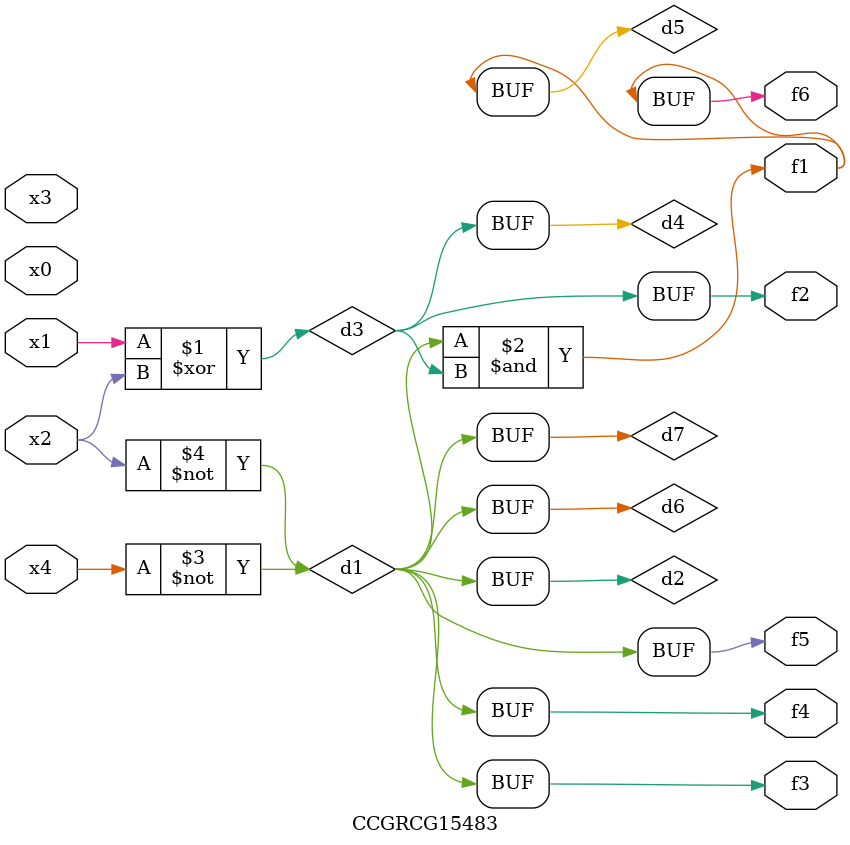
<source format=v>
module CCGRCG15483(
	input x0, x1, x2, x3, x4,
	output f1, f2, f3, f4, f5, f6
);

	wire d1, d2, d3, d4, d5, d6, d7;

	not (d1, x4);
	not (d2, x2);
	xor (d3, x1, x2);
	buf (d4, d3);
	and (d5, d1, d3);
	buf (d6, d1, d2);
	buf (d7, d2);
	assign f1 = d5;
	assign f2 = d4;
	assign f3 = d7;
	assign f4 = d7;
	assign f5 = d7;
	assign f6 = d5;
endmodule

</source>
